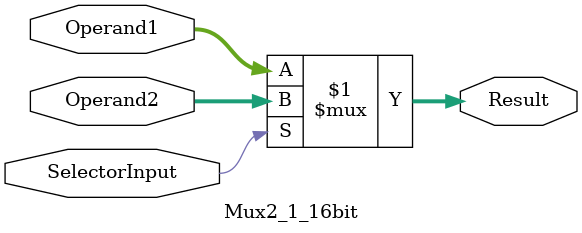
<source format=v>
`timescale 1ns / 1ps
module Mux2_1_16bit(
    input [15:0] Operand1,
    input [15:0] Operand2,
    input SelectorInput,
    output [15:0] Result
);
assign Result = SelectorInput ? Operand2 : Operand1; 

endmodule


</source>
